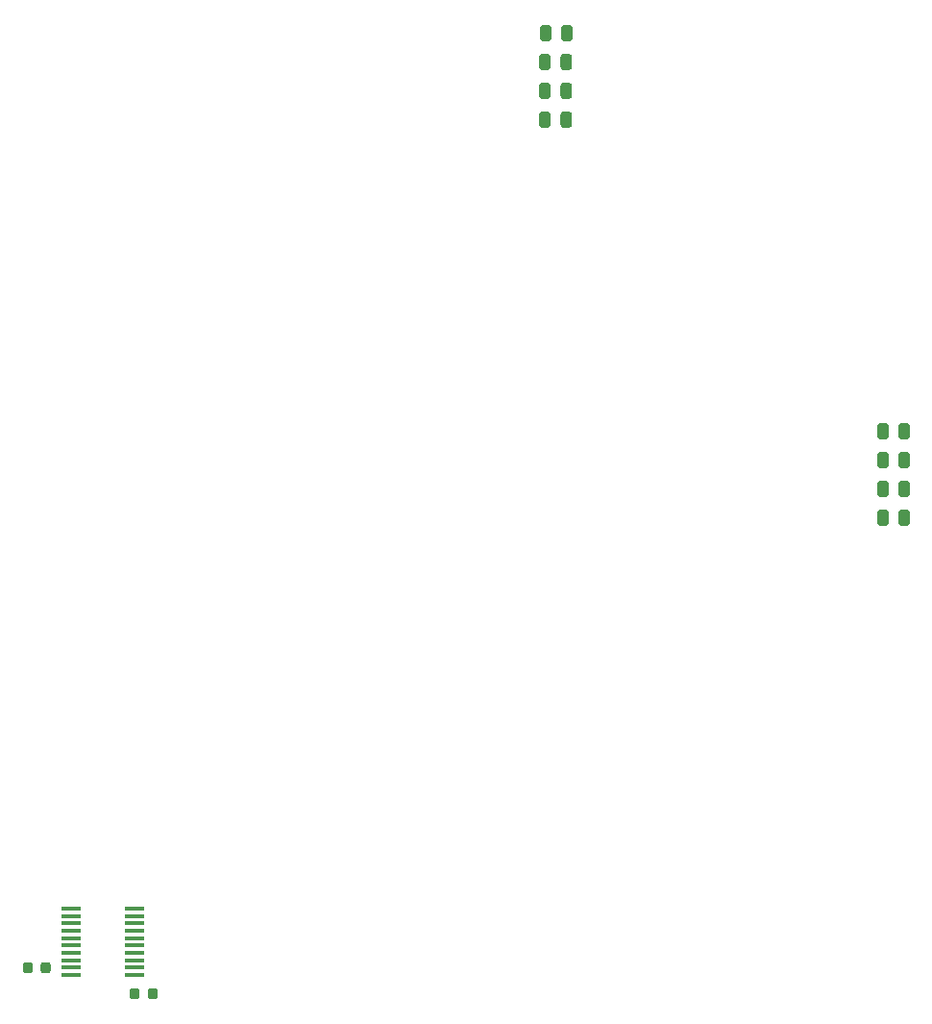
<source format=gbr>
G04 #@! TF.GenerationSoftware,KiCad,Pcbnew,(5.1.5)-3*
G04 #@! TF.CreationDate,2020-06-18T11:51:04-04:00*
G04 #@! TF.ProjectId,mtd415te,6d746434-3135-4746-952e-6b696361645f,rev?*
G04 #@! TF.SameCoordinates,Original*
G04 #@! TF.FileFunction,Paste,Top*
G04 #@! TF.FilePolarity,Positive*
%FSLAX46Y46*%
G04 Gerber Fmt 4.6, Leading zero omitted, Abs format (unit mm)*
G04 Created by KiCad (PCBNEW (5.1.5)-3) date 2020-06-18 11:51:04*
%MOMM*%
%LPD*%
G04 APERTURE LIST*
%ADD10C,0.100000*%
%ADD11R,1.676400X0.355600*%
G04 APERTURE END LIST*
D10*
G36*
X165016642Y-64579174D02*
G01*
X165040303Y-64582684D01*
X165063507Y-64588496D01*
X165086029Y-64596554D01*
X165107653Y-64606782D01*
X165128170Y-64619079D01*
X165147383Y-64633329D01*
X165165107Y-64649393D01*
X165181171Y-64667117D01*
X165195421Y-64686330D01*
X165207718Y-64706847D01*
X165217946Y-64728471D01*
X165226004Y-64750993D01*
X165231816Y-64774197D01*
X165235326Y-64797858D01*
X165236500Y-64821750D01*
X165236500Y-65734250D01*
X165235326Y-65758142D01*
X165231816Y-65781803D01*
X165226004Y-65805007D01*
X165217946Y-65827529D01*
X165207718Y-65849153D01*
X165195421Y-65869670D01*
X165181171Y-65888883D01*
X165165107Y-65906607D01*
X165147383Y-65922671D01*
X165128170Y-65936921D01*
X165107653Y-65949218D01*
X165086029Y-65959446D01*
X165063507Y-65967504D01*
X165040303Y-65973316D01*
X165016642Y-65976826D01*
X164992750Y-65978000D01*
X164505250Y-65978000D01*
X164481358Y-65976826D01*
X164457697Y-65973316D01*
X164434493Y-65967504D01*
X164411971Y-65959446D01*
X164390347Y-65949218D01*
X164369830Y-65936921D01*
X164350617Y-65922671D01*
X164332893Y-65906607D01*
X164316829Y-65888883D01*
X164302579Y-65869670D01*
X164290282Y-65849153D01*
X164280054Y-65827529D01*
X164271996Y-65805007D01*
X164266184Y-65781803D01*
X164262674Y-65758142D01*
X164261500Y-65734250D01*
X164261500Y-64821750D01*
X164262674Y-64797858D01*
X164266184Y-64774197D01*
X164271996Y-64750993D01*
X164280054Y-64728471D01*
X164290282Y-64706847D01*
X164302579Y-64686330D01*
X164316829Y-64667117D01*
X164332893Y-64649393D01*
X164350617Y-64633329D01*
X164369830Y-64619079D01*
X164390347Y-64606782D01*
X164411971Y-64596554D01*
X164434493Y-64588496D01*
X164457697Y-64582684D01*
X164481358Y-64579174D01*
X164505250Y-64578000D01*
X164992750Y-64578000D01*
X165016642Y-64579174D01*
G37*
G36*
X166891642Y-64579174D02*
G01*
X166915303Y-64582684D01*
X166938507Y-64588496D01*
X166961029Y-64596554D01*
X166982653Y-64606782D01*
X167003170Y-64619079D01*
X167022383Y-64633329D01*
X167040107Y-64649393D01*
X167056171Y-64667117D01*
X167070421Y-64686330D01*
X167082718Y-64706847D01*
X167092946Y-64728471D01*
X167101004Y-64750993D01*
X167106816Y-64774197D01*
X167110326Y-64797858D01*
X167111500Y-64821750D01*
X167111500Y-65734250D01*
X167110326Y-65758142D01*
X167106816Y-65781803D01*
X167101004Y-65805007D01*
X167092946Y-65827529D01*
X167082718Y-65849153D01*
X167070421Y-65869670D01*
X167056171Y-65888883D01*
X167040107Y-65906607D01*
X167022383Y-65922671D01*
X167003170Y-65936921D01*
X166982653Y-65949218D01*
X166961029Y-65959446D01*
X166938507Y-65967504D01*
X166915303Y-65973316D01*
X166891642Y-65976826D01*
X166867750Y-65978000D01*
X166380250Y-65978000D01*
X166356358Y-65976826D01*
X166332697Y-65973316D01*
X166309493Y-65967504D01*
X166286971Y-65959446D01*
X166265347Y-65949218D01*
X166244830Y-65936921D01*
X166225617Y-65922671D01*
X166207893Y-65906607D01*
X166191829Y-65888883D01*
X166177579Y-65869670D01*
X166165282Y-65849153D01*
X166155054Y-65827529D01*
X166146996Y-65805007D01*
X166141184Y-65781803D01*
X166137674Y-65758142D01*
X166136500Y-65734250D01*
X166136500Y-64821750D01*
X166137674Y-64797858D01*
X166141184Y-64774197D01*
X166146996Y-64750993D01*
X166155054Y-64728471D01*
X166165282Y-64706847D01*
X166177579Y-64686330D01*
X166191829Y-64667117D01*
X166207893Y-64649393D01*
X166225617Y-64633329D01*
X166244830Y-64619079D01*
X166265347Y-64606782D01*
X166286971Y-64596554D01*
X166309493Y-64588496D01*
X166332697Y-64582684D01*
X166356358Y-64579174D01*
X166380250Y-64578000D01*
X166867750Y-64578000D01*
X166891642Y-64579174D01*
G37*
G36*
X165016642Y-72199174D02*
G01*
X165040303Y-72202684D01*
X165063507Y-72208496D01*
X165086029Y-72216554D01*
X165107653Y-72226782D01*
X165128170Y-72239079D01*
X165147383Y-72253329D01*
X165165107Y-72269393D01*
X165181171Y-72287117D01*
X165195421Y-72306330D01*
X165207718Y-72326847D01*
X165217946Y-72348471D01*
X165226004Y-72370993D01*
X165231816Y-72394197D01*
X165235326Y-72417858D01*
X165236500Y-72441750D01*
X165236500Y-73354250D01*
X165235326Y-73378142D01*
X165231816Y-73401803D01*
X165226004Y-73425007D01*
X165217946Y-73447529D01*
X165207718Y-73469153D01*
X165195421Y-73489670D01*
X165181171Y-73508883D01*
X165165107Y-73526607D01*
X165147383Y-73542671D01*
X165128170Y-73556921D01*
X165107653Y-73569218D01*
X165086029Y-73579446D01*
X165063507Y-73587504D01*
X165040303Y-73593316D01*
X165016642Y-73596826D01*
X164992750Y-73598000D01*
X164505250Y-73598000D01*
X164481358Y-73596826D01*
X164457697Y-73593316D01*
X164434493Y-73587504D01*
X164411971Y-73579446D01*
X164390347Y-73569218D01*
X164369830Y-73556921D01*
X164350617Y-73542671D01*
X164332893Y-73526607D01*
X164316829Y-73508883D01*
X164302579Y-73489670D01*
X164290282Y-73469153D01*
X164280054Y-73447529D01*
X164271996Y-73425007D01*
X164266184Y-73401803D01*
X164262674Y-73378142D01*
X164261500Y-73354250D01*
X164261500Y-72441750D01*
X164262674Y-72417858D01*
X164266184Y-72394197D01*
X164271996Y-72370993D01*
X164280054Y-72348471D01*
X164290282Y-72326847D01*
X164302579Y-72306330D01*
X164316829Y-72287117D01*
X164332893Y-72269393D01*
X164350617Y-72253329D01*
X164369830Y-72239079D01*
X164390347Y-72226782D01*
X164411971Y-72216554D01*
X164434493Y-72208496D01*
X164457697Y-72202684D01*
X164481358Y-72199174D01*
X164505250Y-72198000D01*
X164992750Y-72198000D01*
X165016642Y-72199174D01*
G37*
G36*
X166891642Y-72199174D02*
G01*
X166915303Y-72202684D01*
X166938507Y-72208496D01*
X166961029Y-72216554D01*
X166982653Y-72226782D01*
X167003170Y-72239079D01*
X167022383Y-72253329D01*
X167040107Y-72269393D01*
X167056171Y-72287117D01*
X167070421Y-72306330D01*
X167082718Y-72326847D01*
X167092946Y-72348471D01*
X167101004Y-72370993D01*
X167106816Y-72394197D01*
X167110326Y-72417858D01*
X167111500Y-72441750D01*
X167111500Y-73354250D01*
X167110326Y-73378142D01*
X167106816Y-73401803D01*
X167101004Y-73425007D01*
X167092946Y-73447529D01*
X167082718Y-73469153D01*
X167070421Y-73489670D01*
X167056171Y-73508883D01*
X167040107Y-73526607D01*
X167022383Y-73542671D01*
X167003170Y-73556921D01*
X166982653Y-73569218D01*
X166961029Y-73579446D01*
X166938507Y-73587504D01*
X166915303Y-73593316D01*
X166891642Y-73596826D01*
X166867750Y-73598000D01*
X166380250Y-73598000D01*
X166356358Y-73596826D01*
X166332697Y-73593316D01*
X166309493Y-73587504D01*
X166286971Y-73579446D01*
X166265347Y-73569218D01*
X166244830Y-73556921D01*
X166225617Y-73542671D01*
X166207893Y-73526607D01*
X166191829Y-73508883D01*
X166177579Y-73489670D01*
X166165282Y-73469153D01*
X166155054Y-73447529D01*
X166146996Y-73425007D01*
X166141184Y-73401803D01*
X166137674Y-73378142D01*
X166136500Y-73354250D01*
X166136500Y-72441750D01*
X166137674Y-72417858D01*
X166141184Y-72394197D01*
X166146996Y-72370993D01*
X166155054Y-72348471D01*
X166165282Y-72326847D01*
X166177579Y-72306330D01*
X166191829Y-72287117D01*
X166207893Y-72269393D01*
X166225617Y-72253329D01*
X166244830Y-72239079D01*
X166265347Y-72226782D01*
X166286971Y-72216554D01*
X166309493Y-72208496D01*
X166332697Y-72202684D01*
X166356358Y-72199174D01*
X166380250Y-72198000D01*
X166867750Y-72198000D01*
X166891642Y-72199174D01*
G37*
G36*
X165016642Y-67119174D02*
G01*
X165040303Y-67122684D01*
X165063507Y-67128496D01*
X165086029Y-67136554D01*
X165107653Y-67146782D01*
X165128170Y-67159079D01*
X165147383Y-67173329D01*
X165165107Y-67189393D01*
X165181171Y-67207117D01*
X165195421Y-67226330D01*
X165207718Y-67246847D01*
X165217946Y-67268471D01*
X165226004Y-67290993D01*
X165231816Y-67314197D01*
X165235326Y-67337858D01*
X165236500Y-67361750D01*
X165236500Y-68274250D01*
X165235326Y-68298142D01*
X165231816Y-68321803D01*
X165226004Y-68345007D01*
X165217946Y-68367529D01*
X165207718Y-68389153D01*
X165195421Y-68409670D01*
X165181171Y-68428883D01*
X165165107Y-68446607D01*
X165147383Y-68462671D01*
X165128170Y-68476921D01*
X165107653Y-68489218D01*
X165086029Y-68499446D01*
X165063507Y-68507504D01*
X165040303Y-68513316D01*
X165016642Y-68516826D01*
X164992750Y-68518000D01*
X164505250Y-68518000D01*
X164481358Y-68516826D01*
X164457697Y-68513316D01*
X164434493Y-68507504D01*
X164411971Y-68499446D01*
X164390347Y-68489218D01*
X164369830Y-68476921D01*
X164350617Y-68462671D01*
X164332893Y-68446607D01*
X164316829Y-68428883D01*
X164302579Y-68409670D01*
X164290282Y-68389153D01*
X164280054Y-68367529D01*
X164271996Y-68345007D01*
X164266184Y-68321803D01*
X164262674Y-68298142D01*
X164261500Y-68274250D01*
X164261500Y-67361750D01*
X164262674Y-67337858D01*
X164266184Y-67314197D01*
X164271996Y-67290993D01*
X164280054Y-67268471D01*
X164290282Y-67246847D01*
X164302579Y-67226330D01*
X164316829Y-67207117D01*
X164332893Y-67189393D01*
X164350617Y-67173329D01*
X164369830Y-67159079D01*
X164390347Y-67146782D01*
X164411971Y-67136554D01*
X164434493Y-67128496D01*
X164457697Y-67122684D01*
X164481358Y-67119174D01*
X164505250Y-67118000D01*
X164992750Y-67118000D01*
X165016642Y-67119174D01*
G37*
G36*
X166891642Y-67119174D02*
G01*
X166915303Y-67122684D01*
X166938507Y-67128496D01*
X166961029Y-67136554D01*
X166982653Y-67146782D01*
X167003170Y-67159079D01*
X167022383Y-67173329D01*
X167040107Y-67189393D01*
X167056171Y-67207117D01*
X167070421Y-67226330D01*
X167082718Y-67246847D01*
X167092946Y-67268471D01*
X167101004Y-67290993D01*
X167106816Y-67314197D01*
X167110326Y-67337858D01*
X167111500Y-67361750D01*
X167111500Y-68274250D01*
X167110326Y-68298142D01*
X167106816Y-68321803D01*
X167101004Y-68345007D01*
X167092946Y-68367529D01*
X167082718Y-68389153D01*
X167070421Y-68409670D01*
X167056171Y-68428883D01*
X167040107Y-68446607D01*
X167022383Y-68462671D01*
X167003170Y-68476921D01*
X166982653Y-68489218D01*
X166961029Y-68499446D01*
X166938507Y-68507504D01*
X166915303Y-68513316D01*
X166891642Y-68516826D01*
X166867750Y-68518000D01*
X166380250Y-68518000D01*
X166356358Y-68516826D01*
X166332697Y-68513316D01*
X166309493Y-68507504D01*
X166286971Y-68499446D01*
X166265347Y-68489218D01*
X166244830Y-68476921D01*
X166225617Y-68462671D01*
X166207893Y-68446607D01*
X166191829Y-68428883D01*
X166177579Y-68409670D01*
X166165282Y-68389153D01*
X166155054Y-68367529D01*
X166146996Y-68345007D01*
X166141184Y-68321803D01*
X166137674Y-68298142D01*
X166136500Y-68274250D01*
X166136500Y-67361750D01*
X166137674Y-67337858D01*
X166141184Y-67314197D01*
X166146996Y-67290993D01*
X166155054Y-67268471D01*
X166165282Y-67246847D01*
X166177579Y-67226330D01*
X166191829Y-67207117D01*
X166207893Y-67189393D01*
X166225617Y-67173329D01*
X166244830Y-67159079D01*
X166265347Y-67146782D01*
X166286971Y-67136554D01*
X166309493Y-67128496D01*
X166332697Y-67122684D01*
X166356358Y-67119174D01*
X166380250Y-67118000D01*
X166867750Y-67118000D01*
X166891642Y-67119174D01*
G37*
G36*
X165016642Y-69659174D02*
G01*
X165040303Y-69662684D01*
X165063507Y-69668496D01*
X165086029Y-69676554D01*
X165107653Y-69686782D01*
X165128170Y-69699079D01*
X165147383Y-69713329D01*
X165165107Y-69729393D01*
X165181171Y-69747117D01*
X165195421Y-69766330D01*
X165207718Y-69786847D01*
X165217946Y-69808471D01*
X165226004Y-69830993D01*
X165231816Y-69854197D01*
X165235326Y-69877858D01*
X165236500Y-69901750D01*
X165236500Y-70814250D01*
X165235326Y-70838142D01*
X165231816Y-70861803D01*
X165226004Y-70885007D01*
X165217946Y-70907529D01*
X165207718Y-70929153D01*
X165195421Y-70949670D01*
X165181171Y-70968883D01*
X165165107Y-70986607D01*
X165147383Y-71002671D01*
X165128170Y-71016921D01*
X165107653Y-71029218D01*
X165086029Y-71039446D01*
X165063507Y-71047504D01*
X165040303Y-71053316D01*
X165016642Y-71056826D01*
X164992750Y-71058000D01*
X164505250Y-71058000D01*
X164481358Y-71056826D01*
X164457697Y-71053316D01*
X164434493Y-71047504D01*
X164411971Y-71039446D01*
X164390347Y-71029218D01*
X164369830Y-71016921D01*
X164350617Y-71002671D01*
X164332893Y-70986607D01*
X164316829Y-70968883D01*
X164302579Y-70949670D01*
X164290282Y-70929153D01*
X164280054Y-70907529D01*
X164271996Y-70885007D01*
X164266184Y-70861803D01*
X164262674Y-70838142D01*
X164261500Y-70814250D01*
X164261500Y-69901750D01*
X164262674Y-69877858D01*
X164266184Y-69854197D01*
X164271996Y-69830993D01*
X164280054Y-69808471D01*
X164290282Y-69786847D01*
X164302579Y-69766330D01*
X164316829Y-69747117D01*
X164332893Y-69729393D01*
X164350617Y-69713329D01*
X164369830Y-69699079D01*
X164390347Y-69686782D01*
X164411971Y-69676554D01*
X164434493Y-69668496D01*
X164457697Y-69662684D01*
X164481358Y-69659174D01*
X164505250Y-69658000D01*
X164992750Y-69658000D01*
X165016642Y-69659174D01*
G37*
G36*
X166891642Y-69659174D02*
G01*
X166915303Y-69662684D01*
X166938507Y-69668496D01*
X166961029Y-69676554D01*
X166982653Y-69686782D01*
X167003170Y-69699079D01*
X167022383Y-69713329D01*
X167040107Y-69729393D01*
X167056171Y-69747117D01*
X167070421Y-69766330D01*
X167082718Y-69786847D01*
X167092946Y-69808471D01*
X167101004Y-69830993D01*
X167106816Y-69854197D01*
X167110326Y-69877858D01*
X167111500Y-69901750D01*
X167111500Y-70814250D01*
X167110326Y-70838142D01*
X167106816Y-70861803D01*
X167101004Y-70885007D01*
X167092946Y-70907529D01*
X167082718Y-70929153D01*
X167070421Y-70949670D01*
X167056171Y-70968883D01*
X167040107Y-70986607D01*
X167022383Y-71002671D01*
X167003170Y-71016921D01*
X166982653Y-71029218D01*
X166961029Y-71039446D01*
X166938507Y-71047504D01*
X166915303Y-71053316D01*
X166891642Y-71056826D01*
X166867750Y-71058000D01*
X166380250Y-71058000D01*
X166356358Y-71056826D01*
X166332697Y-71053316D01*
X166309493Y-71047504D01*
X166286971Y-71039446D01*
X166265347Y-71029218D01*
X166244830Y-71016921D01*
X166225617Y-71002671D01*
X166207893Y-70986607D01*
X166191829Y-70968883D01*
X166177579Y-70949670D01*
X166165282Y-70929153D01*
X166155054Y-70907529D01*
X166146996Y-70885007D01*
X166141184Y-70861803D01*
X166137674Y-70838142D01*
X166136500Y-70814250D01*
X166136500Y-69901750D01*
X166137674Y-69877858D01*
X166141184Y-69854197D01*
X166146996Y-69830993D01*
X166155054Y-69808471D01*
X166165282Y-69786847D01*
X166177579Y-69766330D01*
X166191829Y-69747117D01*
X166207893Y-69729393D01*
X166225617Y-69713329D01*
X166244830Y-69699079D01*
X166265347Y-69686782D01*
X166286971Y-69676554D01*
X166309493Y-69668496D01*
X166332697Y-69662684D01*
X166356358Y-69659174D01*
X166380250Y-69658000D01*
X166867750Y-69658000D01*
X166891642Y-69659174D01*
G37*
G36*
X137095142Y-37147174D02*
G01*
X137118803Y-37150684D01*
X137142007Y-37156496D01*
X137164529Y-37164554D01*
X137186153Y-37174782D01*
X137206670Y-37187079D01*
X137225883Y-37201329D01*
X137243607Y-37217393D01*
X137259671Y-37235117D01*
X137273921Y-37254330D01*
X137286218Y-37274847D01*
X137296446Y-37296471D01*
X137304504Y-37318993D01*
X137310316Y-37342197D01*
X137313826Y-37365858D01*
X137315000Y-37389750D01*
X137315000Y-38302250D01*
X137313826Y-38326142D01*
X137310316Y-38349803D01*
X137304504Y-38373007D01*
X137296446Y-38395529D01*
X137286218Y-38417153D01*
X137273921Y-38437670D01*
X137259671Y-38456883D01*
X137243607Y-38474607D01*
X137225883Y-38490671D01*
X137206670Y-38504921D01*
X137186153Y-38517218D01*
X137164529Y-38527446D01*
X137142007Y-38535504D01*
X137118803Y-38541316D01*
X137095142Y-38544826D01*
X137071250Y-38546000D01*
X136583750Y-38546000D01*
X136559858Y-38544826D01*
X136536197Y-38541316D01*
X136512993Y-38535504D01*
X136490471Y-38527446D01*
X136468847Y-38517218D01*
X136448330Y-38504921D01*
X136429117Y-38490671D01*
X136411393Y-38474607D01*
X136395329Y-38456883D01*
X136381079Y-38437670D01*
X136368782Y-38417153D01*
X136358554Y-38395529D01*
X136350496Y-38373007D01*
X136344684Y-38349803D01*
X136341174Y-38326142D01*
X136340000Y-38302250D01*
X136340000Y-37389750D01*
X136341174Y-37365858D01*
X136344684Y-37342197D01*
X136350496Y-37318993D01*
X136358554Y-37296471D01*
X136368782Y-37274847D01*
X136381079Y-37254330D01*
X136395329Y-37235117D01*
X136411393Y-37217393D01*
X136429117Y-37201329D01*
X136448330Y-37187079D01*
X136468847Y-37174782D01*
X136490471Y-37164554D01*
X136512993Y-37156496D01*
X136536197Y-37150684D01*
X136559858Y-37147174D01*
X136583750Y-37146000D01*
X137071250Y-37146000D01*
X137095142Y-37147174D01*
G37*
G36*
X135220142Y-37147174D02*
G01*
X135243803Y-37150684D01*
X135267007Y-37156496D01*
X135289529Y-37164554D01*
X135311153Y-37174782D01*
X135331670Y-37187079D01*
X135350883Y-37201329D01*
X135368607Y-37217393D01*
X135384671Y-37235117D01*
X135398921Y-37254330D01*
X135411218Y-37274847D01*
X135421446Y-37296471D01*
X135429504Y-37318993D01*
X135435316Y-37342197D01*
X135438826Y-37365858D01*
X135440000Y-37389750D01*
X135440000Y-38302250D01*
X135438826Y-38326142D01*
X135435316Y-38349803D01*
X135429504Y-38373007D01*
X135421446Y-38395529D01*
X135411218Y-38417153D01*
X135398921Y-38437670D01*
X135384671Y-38456883D01*
X135368607Y-38474607D01*
X135350883Y-38490671D01*
X135331670Y-38504921D01*
X135311153Y-38517218D01*
X135289529Y-38527446D01*
X135267007Y-38535504D01*
X135243803Y-38541316D01*
X135220142Y-38544826D01*
X135196250Y-38546000D01*
X134708750Y-38546000D01*
X134684858Y-38544826D01*
X134661197Y-38541316D01*
X134637993Y-38535504D01*
X134615471Y-38527446D01*
X134593847Y-38517218D01*
X134573330Y-38504921D01*
X134554117Y-38490671D01*
X134536393Y-38474607D01*
X134520329Y-38456883D01*
X134506079Y-38437670D01*
X134493782Y-38417153D01*
X134483554Y-38395529D01*
X134475496Y-38373007D01*
X134469684Y-38349803D01*
X134466174Y-38326142D01*
X134465000Y-38302250D01*
X134465000Y-37389750D01*
X134466174Y-37365858D01*
X134469684Y-37342197D01*
X134475496Y-37318993D01*
X134483554Y-37296471D01*
X134493782Y-37274847D01*
X134506079Y-37254330D01*
X134520329Y-37235117D01*
X134536393Y-37217393D01*
X134554117Y-37201329D01*
X134573330Y-37187079D01*
X134593847Y-37174782D01*
X134615471Y-37164554D01*
X134637993Y-37156496D01*
X134661197Y-37150684D01*
X134684858Y-37147174D01*
X134708750Y-37146000D01*
X135196250Y-37146000D01*
X135220142Y-37147174D01*
G37*
G36*
X137095142Y-32067174D02*
G01*
X137118803Y-32070684D01*
X137142007Y-32076496D01*
X137164529Y-32084554D01*
X137186153Y-32094782D01*
X137206670Y-32107079D01*
X137225883Y-32121329D01*
X137243607Y-32137393D01*
X137259671Y-32155117D01*
X137273921Y-32174330D01*
X137286218Y-32194847D01*
X137296446Y-32216471D01*
X137304504Y-32238993D01*
X137310316Y-32262197D01*
X137313826Y-32285858D01*
X137315000Y-32309750D01*
X137315000Y-33222250D01*
X137313826Y-33246142D01*
X137310316Y-33269803D01*
X137304504Y-33293007D01*
X137296446Y-33315529D01*
X137286218Y-33337153D01*
X137273921Y-33357670D01*
X137259671Y-33376883D01*
X137243607Y-33394607D01*
X137225883Y-33410671D01*
X137206670Y-33424921D01*
X137186153Y-33437218D01*
X137164529Y-33447446D01*
X137142007Y-33455504D01*
X137118803Y-33461316D01*
X137095142Y-33464826D01*
X137071250Y-33466000D01*
X136583750Y-33466000D01*
X136559858Y-33464826D01*
X136536197Y-33461316D01*
X136512993Y-33455504D01*
X136490471Y-33447446D01*
X136468847Y-33437218D01*
X136448330Y-33424921D01*
X136429117Y-33410671D01*
X136411393Y-33394607D01*
X136395329Y-33376883D01*
X136381079Y-33357670D01*
X136368782Y-33337153D01*
X136358554Y-33315529D01*
X136350496Y-33293007D01*
X136344684Y-33269803D01*
X136341174Y-33246142D01*
X136340000Y-33222250D01*
X136340000Y-32309750D01*
X136341174Y-32285858D01*
X136344684Y-32262197D01*
X136350496Y-32238993D01*
X136358554Y-32216471D01*
X136368782Y-32194847D01*
X136381079Y-32174330D01*
X136395329Y-32155117D01*
X136411393Y-32137393D01*
X136429117Y-32121329D01*
X136448330Y-32107079D01*
X136468847Y-32094782D01*
X136490471Y-32084554D01*
X136512993Y-32076496D01*
X136536197Y-32070684D01*
X136559858Y-32067174D01*
X136583750Y-32066000D01*
X137071250Y-32066000D01*
X137095142Y-32067174D01*
G37*
G36*
X135220142Y-32067174D02*
G01*
X135243803Y-32070684D01*
X135267007Y-32076496D01*
X135289529Y-32084554D01*
X135311153Y-32094782D01*
X135331670Y-32107079D01*
X135350883Y-32121329D01*
X135368607Y-32137393D01*
X135384671Y-32155117D01*
X135398921Y-32174330D01*
X135411218Y-32194847D01*
X135421446Y-32216471D01*
X135429504Y-32238993D01*
X135435316Y-32262197D01*
X135438826Y-32285858D01*
X135440000Y-32309750D01*
X135440000Y-33222250D01*
X135438826Y-33246142D01*
X135435316Y-33269803D01*
X135429504Y-33293007D01*
X135421446Y-33315529D01*
X135411218Y-33337153D01*
X135398921Y-33357670D01*
X135384671Y-33376883D01*
X135368607Y-33394607D01*
X135350883Y-33410671D01*
X135331670Y-33424921D01*
X135311153Y-33437218D01*
X135289529Y-33447446D01*
X135267007Y-33455504D01*
X135243803Y-33461316D01*
X135220142Y-33464826D01*
X135196250Y-33466000D01*
X134708750Y-33466000D01*
X134684858Y-33464826D01*
X134661197Y-33461316D01*
X134637993Y-33455504D01*
X134615471Y-33447446D01*
X134593847Y-33437218D01*
X134573330Y-33424921D01*
X134554117Y-33410671D01*
X134536393Y-33394607D01*
X134520329Y-33376883D01*
X134506079Y-33357670D01*
X134493782Y-33337153D01*
X134483554Y-33315529D01*
X134475496Y-33293007D01*
X134469684Y-33269803D01*
X134466174Y-33246142D01*
X134465000Y-33222250D01*
X134465000Y-32309750D01*
X134466174Y-32285858D01*
X134469684Y-32262197D01*
X134475496Y-32238993D01*
X134483554Y-32216471D01*
X134493782Y-32194847D01*
X134506079Y-32174330D01*
X134520329Y-32155117D01*
X134536393Y-32137393D01*
X134554117Y-32121329D01*
X134573330Y-32107079D01*
X134593847Y-32094782D01*
X134615471Y-32084554D01*
X134637993Y-32076496D01*
X134661197Y-32070684D01*
X134684858Y-32067174D01*
X134708750Y-32066000D01*
X135196250Y-32066000D01*
X135220142Y-32067174D01*
G37*
G36*
X135298642Y-29527174D02*
G01*
X135322303Y-29530684D01*
X135345507Y-29536496D01*
X135368029Y-29544554D01*
X135389653Y-29554782D01*
X135410170Y-29567079D01*
X135429383Y-29581329D01*
X135447107Y-29597393D01*
X135463171Y-29615117D01*
X135477421Y-29634330D01*
X135489718Y-29654847D01*
X135499946Y-29676471D01*
X135508004Y-29698993D01*
X135513816Y-29722197D01*
X135517326Y-29745858D01*
X135518500Y-29769750D01*
X135518500Y-30682250D01*
X135517326Y-30706142D01*
X135513816Y-30729803D01*
X135508004Y-30753007D01*
X135499946Y-30775529D01*
X135489718Y-30797153D01*
X135477421Y-30817670D01*
X135463171Y-30836883D01*
X135447107Y-30854607D01*
X135429383Y-30870671D01*
X135410170Y-30884921D01*
X135389653Y-30897218D01*
X135368029Y-30907446D01*
X135345507Y-30915504D01*
X135322303Y-30921316D01*
X135298642Y-30924826D01*
X135274750Y-30926000D01*
X134787250Y-30926000D01*
X134763358Y-30924826D01*
X134739697Y-30921316D01*
X134716493Y-30915504D01*
X134693971Y-30907446D01*
X134672347Y-30897218D01*
X134651830Y-30884921D01*
X134632617Y-30870671D01*
X134614893Y-30854607D01*
X134598829Y-30836883D01*
X134584579Y-30817670D01*
X134572282Y-30797153D01*
X134562054Y-30775529D01*
X134553996Y-30753007D01*
X134548184Y-30729803D01*
X134544674Y-30706142D01*
X134543500Y-30682250D01*
X134543500Y-29769750D01*
X134544674Y-29745858D01*
X134548184Y-29722197D01*
X134553996Y-29698993D01*
X134562054Y-29676471D01*
X134572282Y-29654847D01*
X134584579Y-29634330D01*
X134598829Y-29615117D01*
X134614893Y-29597393D01*
X134632617Y-29581329D01*
X134651830Y-29567079D01*
X134672347Y-29554782D01*
X134693971Y-29544554D01*
X134716493Y-29536496D01*
X134739697Y-29530684D01*
X134763358Y-29527174D01*
X134787250Y-29526000D01*
X135274750Y-29526000D01*
X135298642Y-29527174D01*
G37*
G36*
X137173642Y-29527174D02*
G01*
X137197303Y-29530684D01*
X137220507Y-29536496D01*
X137243029Y-29544554D01*
X137264653Y-29554782D01*
X137285170Y-29567079D01*
X137304383Y-29581329D01*
X137322107Y-29597393D01*
X137338171Y-29615117D01*
X137352421Y-29634330D01*
X137364718Y-29654847D01*
X137374946Y-29676471D01*
X137383004Y-29698993D01*
X137388816Y-29722197D01*
X137392326Y-29745858D01*
X137393500Y-29769750D01*
X137393500Y-30682250D01*
X137392326Y-30706142D01*
X137388816Y-30729803D01*
X137383004Y-30753007D01*
X137374946Y-30775529D01*
X137364718Y-30797153D01*
X137352421Y-30817670D01*
X137338171Y-30836883D01*
X137322107Y-30854607D01*
X137304383Y-30870671D01*
X137285170Y-30884921D01*
X137264653Y-30897218D01*
X137243029Y-30907446D01*
X137220507Y-30915504D01*
X137197303Y-30921316D01*
X137173642Y-30924826D01*
X137149750Y-30926000D01*
X136662250Y-30926000D01*
X136638358Y-30924826D01*
X136614697Y-30921316D01*
X136591493Y-30915504D01*
X136568971Y-30907446D01*
X136547347Y-30897218D01*
X136526830Y-30884921D01*
X136507617Y-30870671D01*
X136489893Y-30854607D01*
X136473829Y-30836883D01*
X136459579Y-30817670D01*
X136447282Y-30797153D01*
X136437054Y-30775529D01*
X136428996Y-30753007D01*
X136423184Y-30729803D01*
X136419674Y-30706142D01*
X136418500Y-30682250D01*
X136418500Y-29769750D01*
X136419674Y-29745858D01*
X136423184Y-29722197D01*
X136428996Y-29698993D01*
X136437054Y-29676471D01*
X136447282Y-29654847D01*
X136459579Y-29634330D01*
X136473829Y-29615117D01*
X136489893Y-29597393D01*
X136507617Y-29581329D01*
X136526830Y-29567079D01*
X136547347Y-29554782D01*
X136568971Y-29544554D01*
X136591493Y-29536496D01*
X136614697Y-29530684D01*
X136638358Y-29527174D01*
X136662250Y-29526000D01*
X137149750Y-29526000D01*
X137173642Y-29527174D01*
G37*
G36*
X137095142Y-34607174D02*
G01*
X137118803Y-34610684D01*
X137142007Y-34616496D01*
X137164529Y-34624554D01*
X137186153Y-34634782D01*
X137206670Y-34647079D01*
X137225883Y-34661329D01*
X137243607Y-34677393D01*
X137259671Y-34695117D01*
X137273921Y-34714330D01*
X137286218Y-34734847D01*
X137296446Y-34756471D01*
X137304504Y-34778993D01*
X137310316Y-34802197D01*
X137313826Y-34825858D01*
X137315000Y-34849750D01*
X137315000Y-35762250D01*
X137313826Y-35786142D01*
X137310316Y-35809803D01*
X137304504Y-35833007D01*
X137296446Y-35855529D01*
X137286218Y-35877153D01*
X137273921Y-35897670D01*
X137259671Y-35916883D01*
X137243607Y-35934607D01*
X137225883Y-35950671D01*
X137206670Y-35964921D01*
X137186153Y-35977218D01*
X137164529Y-35987446D01*
X137142007Y-35995504D01*
X137118803Y-36001316D01*
X137095142Y-36004826D01*
X137071250Y-36006000D01*
X136583750Y-36006000D01*
X136559858Y-36004826D01*
X136536197Y-36001316D01*
X136512993Y-35995504D01*
X136490471Y-35987446D01*
X136468847Y-35977218D01*
X136448330Y-35964921D01*
X136429117Y-35950671D01*
X136411393Y-35934607D01*
X136395329Y-35916883D01*
X136381079Y-35897670D01*
X136368782Y-35877153D01*
X136358554Y-35855529D01*
X136350496Y-35833007D01*
X136344684Y-35809803D01*
X136341174Y-35786142D01*
X136340000Y-35762250D01*
X136340000Y-34849750D01*
X136341174Y-34825858D01*
X136344684Y-34802197D01*
X136350496Y-34778993D01*
X136358554Y-34756471D01*
X136368782Y-34734847D01*
X136381079Y-34714330D01*
X136395329Y-34695117D01*
X136411393Y-34677393D01*
X136429117Y-34661329D01*
X136448330Y-34647079D01*
X136468847Y-34634782D01*
X136490471Y-34624554D01*
X136512993Y-34616496D01*
X136536197Y-34610684D01*
X136559858Y-34607174D01*
X136583750Y-34606000D01*
X137071250Y-34606000D01*
X137095142Y-34607174D01*
G37*
G36*
X135220142Y-34607174D02*
G01*
X135243803Y-34610684D01*
X135267007Y-34616496D01*
X135289529Y-34624554D01*
X135311153Y-34634782D01*
X135331670Y-34647079D01*
X135350883Y-34661329D01*
X135368607Y-34677393D01*
X135384671Y-34695117D01*
X135398921Y-34714330D01*
X135411218Y-34734847D01*
X135421446Y-34756471D01*
X135429504Y-34778993D01*
X135435316Y-34802197D01*
X135438826Y-34825858D01*
X135440000Y-34849750D01*
X135440000Y-35762250D01*
X135438826Y-35786142D01*
X135435316Y-35809803D01*
X135429504Y-35833007D01*
X135421446Y-35855529D01*
X135411218Y-35877153D01*
X135398921Y-35897670D01*
X135384671Y-35916883D01*
X135368607Y-35934607D01*
X135350883Y-35950671D01*
X135331670Y-35964921D01*
X135311153Y-35977218D01*
X135289529Y-35987446D01*
X135267007Y-35995504D01*
X135243803Y-36001316D01*
X135220142Y-36004826D01*
X135196250Y-36006000D01*
X134708750Y-36006000D01*
X134684858Y-36004826D01*
X134661197Y-36001316D01*
X134637993Y-35995504D01*
X134615471Y-35987446D01*
X134593847Y-35977218D01*
X134573330Y-35964921D01*
X134554117Y-35950671D01*
X134536393Y-35934607D01*
X134520329Y-35916883D01*
X134506079Y-35897670D01*
X134493782Y-35877153D01*
X134483554Y-35855529D01*
X134475496Y-35833007D01*
X134469684Y-35809803D01*
X134466174Y-35786142D01*
X134465000Y-35762250D01*
X134465000Y-34849750D01*
X134466174Y-34825858D01*
X134469684Y-34802197D01*
X134475496Y-34778993D01*
X134483554Y-34756471D01*
X134493782Y-34734847D01*
X134506079Y-34714330D01*
X134520329Y-34695117D01*
X134536393Y-34677393D01*
X134554117Y-34661329D01*
X134573330Y-34647079D01*
X134593847Y-34634782D01*
X134615471Y-34624554D01*
X134637993Y-34616496D01*
X134661197Y-34610684D01*
X134684858Y-34607174D01*
X134708750Y-34606000D01*
X135196250Y-34606000D01*
X135220142Y-34607174D01*
G37*
D11*
X93192600Y-113160998D03*
X93192600Y-112510999D03*
X93192600Y-111860998D03*
X93192600Y-111210999D03*
X93192600Y-110560998D03*
X93192600Y-109910999D03*
X93192600Y-109260998D03*
X93192600Y-108610999D03*
X93192600Y-107960998D03*
X93192600Y-107311000D03*
X98831400Y-107311002D03*
X98831400Y-107961001D03*
X98831400Y-108611002D03*
X98831400Y-109261001D03*
X98831400Y-109911002D03*
X98831400Y-110561001D03*
X98831400Y-111210999D03*
X98831400Y-111861001D03*
X98831400Y-112510999D03*
X98831400Y-113161000D03*
D10*
G36*
X91197691Y-112048053D02*
G01*
X91218926Y-112051203D01*
X91239750Y-112056419D01*
X91259962Y-112063651D01*
X91279368Y-112072830D01*
X91297781Y-112083866D01*
X91315024Y-112096654D01*
X91330930Y-112111070D01*
X91345346Y-112126976D01*
X91358134Y-112144219D01*
X91369170Y-112162632D01*
X91378349Y-112182038D01*
X91385581Y-112202250D01*
X91390797Y-112223074D01*
X91393947Y-112244309D01*
X91395000Y-112265750D01*
X91395000Y-112778250D01*
X91393947Y-112799691D01*
X91390797Y-112820926D01*
X91385581Y-112841750D01*
X91378349Y-112861962D01*
X91369170Y-112881368D01*
X91358134Y-112899781D01*
X91345346Y-112917024D01*
X91330930Y-112932930D01*
X91315024Y-112947346D01*
X91297781Y-112960134D01*
X91279368Y-112971170D01*
X91259962Y-112980349D01*
X91239750Y-112987581D01*
X91218926Y-112992797D01*
X91197691Y-112995947D01*
X91176250Y-112997000D01*
X90738750Y-112997000D01*
X90717309Y-112995947D01*
X90696074Y-112992797D01*
X90675250Y-112987581D01*
X90655038Y-112980349D01*
X90635632Y-112971170D01*
X90617219Y-112960134D01*
X90599976Y-112947346D01*
X90584070Y-112932930D01*
X90569654Y-112917024D01*
X90556866Y-112899781D01*
X90545830Y-112881368D01*
X90536651Y-112861962D01*
X90529419Y-112841750D01*
X90524203Y-112820926D01*
X90521053Y-112799691D01*
X90520000Y-112778250D01*
X90520000Y-112265750D01*
X90521053Y-112244309D01*
X90524203Y-112223074D01*
X90529419Y-112202250D01*
X90536651Y-112182038D01*
X90545830Y-112162632D01*
X90556866Y-112144219D01*
X90569654Y-112126976D01*
X90584070Y-112111070D01*
X90599976Y-112096654D01*
X90617219Y-112083866D01*
X90635632Y-112072830D01*
X90655038Y-112063651D01*
X90675250Y-112056419D01*
X90696074Y-112051203D01*
X90717309Y-112048053D01*
X90738750Y-112047000D01*
X91176250Y-112047000D01*
X91197691Y-112048053D01*
G37*
G36*
X89622691Y-112048053D02*
G01*
X89643926Y-112051203D01*
X89664750Y-112056419D01*
X89684962Y-112063651D01*
X89704368Y-112072830D01*
X89722781Y-112083866D01*
X89740024Y-112096654D01*
X89755930Y-112111070D01*
X89770346Y-112126976D01*
X89783134Y-112144219D01*
X89794170Y-112162632D01*
X89803349Y-112182038D01*
X89810581Y-112202250D01*
X89815797Y-112223074D01*
X89818947Y-112244309D01*
X89820000Y-112265750D01*
X89820000Y-112778250D01*
X89818947Y-112799691D01*
X89815797Y-112820926D01*
X89810581Y-112841750D01*
X89803349Y-112861962D01*
X89794170Y-112881368D01*
X89783134Y-112899781D01*
X89770346Y-112917024D01*
X89755930Y-112932930D01*
X89740024Y-112947346D01*
X89722781Y-112960134D01*
X89704368Y-112971170D01*
X89684962Y-112980349D01*
X89664750Y-112987581D01*
X89643926Y-112992797D01*
X89622691Y-112995947D01*
X89601250Y-112997000D01*
X89163750Y-112997000D01*
X89142309Y-112995947D01*
X89121074Y-112992797D01*
X89100250Y-112987581D01*
X89080038Y-112980349D01*
X89060632Y-112971170D01*
X89042219Y-112960134D01*
X89024976Y-112947346D01*
X89009070Y-112932930D01*
X88994654Y-112917024D01*
X88981866Y-112899781D01*
X88970830Y-112881368D01*
X88961651Y-112861962D01*
X88954419Y-112841750D01*
X88949203Y-112820926D01*
X88946053Y-112799691D01*
X88945000Y-112778250D01*
X88945000Y-112265750D01*
X88946053Y-112244309D01*
X88949203Y-112223074D01*
X88954419Y-112202250D01*
X88961651Y-112182038D01*
X88970830Y-112162632D01*
X88981866Y-112144219D01*
X88994654Y-112126976D01*
X89009070Y-112111070D01*
X89024976Y-112096654D01*
X89042219Y-112083866D01*
X89060632Y-112072830D01*
X89080038Y-112063651D01*
X89100250Y-112056419D01*
X89121074Y-112051203D01*
X89142309Y-112048053D01*
X89163750Y-112047000D01*
X89601250Y-112047000D01*
X89622691Y-112048053D01*
G37*
G36*
X99046191Y-114334053D02*
G01*
X99067426Y-114337203D01*
X99088250Y-114342419D01*
X99108462Y-114349651D01*
X99127868Y-114358830D01*
X99146281Y-114369866D01*
X99163524Y-114382654D01*
X99179430Y-114397070D01*
X99193846Y-114412976D01*
X99206634Y-114430219D01*
X99217670Y-114448632D01*
X99226849Y-114468038D01*
X99234081Y-114488250D01*
X99239297Y-114509074D01*
X99242447Y-114530309D01*
X99243500Y-114551750D01*
X99243500Y-115064250D01*
X99242447Y-115085691D01*
X99239297Y-115106926D01*
X99234081Y-115127750D01*
X99226849Y-115147962D01*
X99217670Y-115167368D01*
X99206634Y-115185781D01*
X99193846Y-115203024D01*
X99179430Y-115218930D01*
X99163524Y-115233346D01*
X99146281Y-115246134D01*
X99127868Y-115257170D01*
X99108462Y-115266349D01*
X99088250Y-115273581D01*
X99067426Y-115278797D01*
X99046191Y-115281947D01*
X99024750Y-115283000D01*
X98587250Y-115283000D01*
X98565809Y-115281947D01*
X98544574Y-115278797D01*
X98523750Y-115273581D01*
X98503538Y-115266349D01*
X98484132Y-115257170D01*
X98465719Y-115246134D01*
X98448476Y-115233346D01*
X98432570Y-115218930D01*
X98418154Y-115203024D01*
X98405366Y-115185781D01*
X98394330Y-115167368D01*
X98385151Y-115147962D01*
X98377919Y-115127750D01*
X98372703Y-115106926D01*
X98369553Y-115085691D01*
X98368500Y-115064250D01*
X98368500Y-114551750D01*
X98369553Y-114530309D01*
X98372703Y-114509074D01*
X98377919Y-114488250D01*
X98385151Y-114468038D01*
X98394330Y-114448632D01*
X98405366Y-114430219D01*
X98418154Y-114412976D01*
X98432570Y-114397070D01*
X98448476Y-114382654D01*
X98465719Y-114369866D01*
X98484132Y-114358830D01*
X98503538Y-114349651D01*
X98523750Y-114342419D01*
X98544574Y-114337203D01*
X98565809Y-114334053D01*
X98587250Y-114333000D01*
X99024750Y-114333000D01*
X99046191Y-114334053D01*
G37*
G36*
X100621191Y-114334053D02*
G01*
X100642426Y-114337203D01*
X100663250Y-114342419D01*
X100683462Y-114349651D01*
X100702868Y-114358830D01*
X100721281Y-114369866D01*
X100738524Y-114382654D01*
X100754430Y-114397070D01*
X100768846Y-114412976D01*
X100781634Y-114430219D01*
X100792670Y-114448632D01*
X100801849Y-114468038D01*
X100809081Y-114488250D01*
X100814297Y-114509074D01*
X100817447Y-114530309D01*
X100818500Y-114551750D01*
X100818500Y-115064250D01*
X100817447Y-115085691D01*
X100814297Y-115106926D01*
X100809081Y-115127750D01*
X100801849Y-115147962D01*
X100792670Y-115167368D01*
X100781634Y-115185781D01*
X100768846Y-115203024D01*
X100754430Y-115218930D01*
X100738524Y-115233346D01*
X100721281Y-115246134D01*
X100702868Y-115257170D01*
X100683462Y-115266349D01*
X100663250Y-115273581D01*
X100642426Y-115278797D01*
X100621191Y-115281947D01*
X100599750Y-115283000D01*
X100162250Y-115283000D01*
X100140809Y-115281947D01*
X100119574Y-115278797D01*
X100098750Y-115273581D01*
X100078538Y-115266349D01*
X100059132Y-115257170D01*
X100040719Y-115246134D01*
X100023476Y-115233346D01*
X100007570Y-115218930D01*
X99993154Y-115203024D01*
X99980366Y-115185781D01*
X99969330Y-115167368D01*
X99960151Y-115147962D01*
X99952919Y-115127750D01*
X99947703Y-115106926D01*
X99944553Y-115085691D01*
X99943500Y-115064250D01*
X99943500Y-114551750D01*
X99944553Y-114530309D01*
X99947703Y-114509074D01*
X99952919Y-114488250D01*
X99960151Y-114468038D01*
X99969330Y-114448632D01*
X99980366Y-114430219D01*
X99993154Y-114412976D01*
X100007570Y-114397070D01*
X100023476Y-114382654D01*
X100040719Y-114369866D01*
X100059132Y-114358830D01*
X100078538Y-114349651D01*
X100098750Y-114342419D01*
X100119574Y-114337203D01*
X100140809Y-114334053D01*
X100162250Y-114333000D01*
X100599750Y-114333000D01*
X100621191Y-114334053D01*
G37*
M02*

</source>
